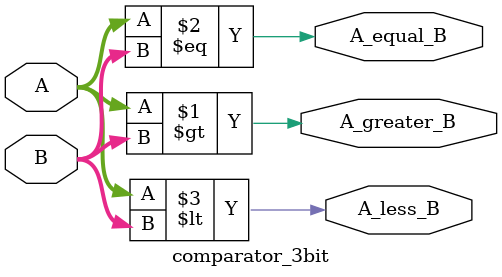
<source format=v>
module comparator_3bit (
    input [2:0] A, B,
    output A_greater_B, A_equal_B, A_less_B
);

assign A_greater_B = (A > B);
assign A_equal_B   = (A == B);
assign A_less_B    = (A < B);

endmodule

</source>
